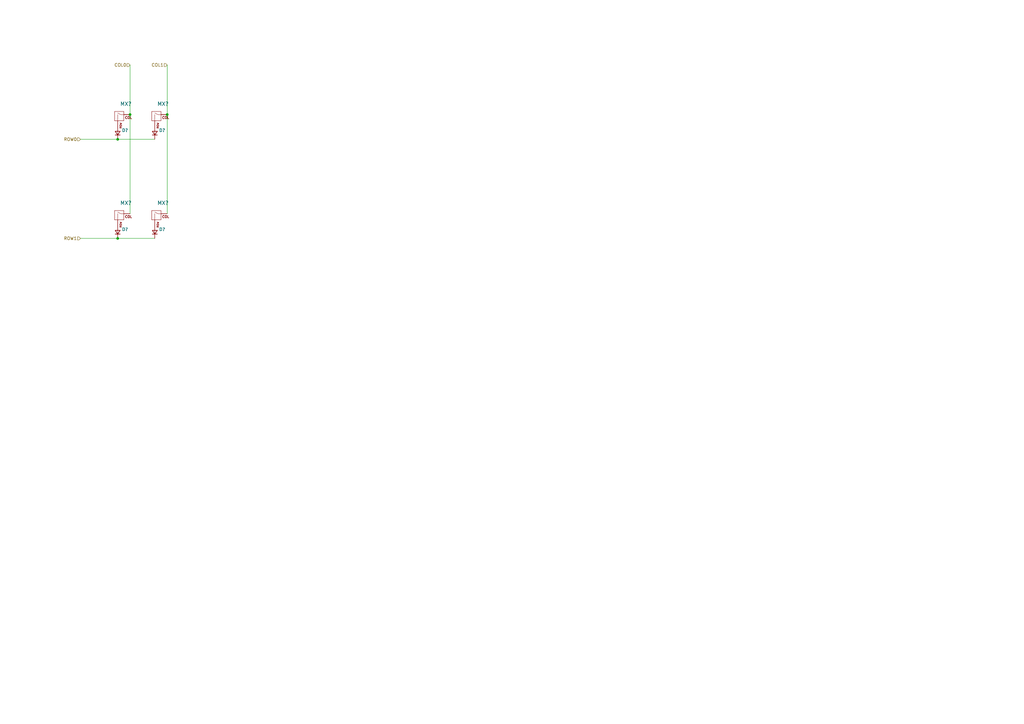
<source format=kicad_sch>
(kicad_sch (version 20211123) (generator eeschema)
  (paper "A3")
  (lib_symbols
    (symbol "Device:D_Small" (pin_numbers hide) (pin_names (offset 0.254) hide)
      (property "Reference" "D" (at -1.27 2.032 0))
      (property "Value" "D_Small" (at -3.81 -2.032 0))
      (symbol "D_Small_0_1"
        (polyline (pts (xy -0.762 -1.016) (xy -0.762 1.016)) (stroke (width 0.254)))
        (polyline (pts (xy -0.762 0) (xy 0.762 0)))
        (polyline (pts (xy 0.762 -1.016) (xy -0.762 0) (xy 0.762 1.016) (xy 0.762 -1.016)) (stroke (width 0.254)))
      )
      (symbol "D_Small_1_1"
        (pin passive line (at -2.54 0 0) (length 1.778) (name "K") (number "1"))
        (pin passive line (at 2.54 0 180) (length 1.778) (name "A") (number "2"))
      )
    )
    (symbol "MX_Alps_Hybrid:MX-NoLED" (pin_names (offset 1.016))
      (property "Reference" "MX" (at -0.635 3.81 0))
      (property "Value" "MX-NoLED" (at -0.635 1.27 0))
      (symbol "MX-NoLED_0_0"
        (rectangle (start -2.54 2.54) (end 1.27 -1.27))
        (polyline (pts (xy -1.27 -1.27) (xy -1.27 1.27)) (stroke (width 0.127)))
        (polyline (pts (xy 1.27 1.27) (xy 0 1.27) (xy -1.27 1.905)) (stroke (width 0.127)))
        (text "COL" (at 3.175 0 0) (effects (font (size 0.9906 0.9906) bold)))
        (text "ROW" (at 0 -1.905 900) (effects (font (size 0.762 0.762)) (justify right)))
      )
      (symbol "MX-NoLED_1_1"
        (pin passive line (at 3.81 1.27 180) (length 2.54) (name "COL") (number "1"))
        (pin passive line (at -1.27 -3.81 90) (length 2.54) (name "ROW") (number "2"))
      )
    )
  )
  (junction (at 68.58 46.99))
  (junction (at 48.26 57.15))
  (junction (at 53.34 46.99))
  (junction (at 48.26 97.79))
  (wire (pts (xy 48.26 97.79) (xy 33.02 97.79)))
  (wire (pts (xy 53.34 46.99) (xy 53.34 87.63)))
  (wire (pts (xy 68.58 46.99) (xy 68.58 26.67)))
  (wire (pts (xy 48.26 57.15) (xy 33.02 57.15)))
  (wire (pts (xy 68.58 46.99) (xy 68.58 87.63)))
  (wire (pts (xy 53.34 46.99) (xy 53.34 26.67)))
  (wire (pts (xy 63.5 57.15) (xy 48.26 57.15)))
  (wire (pts (xy 63.5 97.79) (xy 48.26 97.79)))
  (hierarchical_label "ROW1" (shape input) (at 33.02 97.79 180))
  (hierarchical_label "ROW0" (shape input) (at 33.02 57.15 180))
  (hierarchical_label "COL1" (shape input) (at 68.58 26.67 180))
  (hierarchical_label "COL0" (shape input) (at 53.34 26.67 180))
  (symbol (lib_id "MX_Alps_Hybrid:MX-NoLED") (at 49.53 48.26 0) (unit 1)
    (property "Reference" "MX?" (at 51.6382 42.6212 0) (effects (font (size 1.524 1.524))))
  )
  (symbol (lib_id "Device:D_Small") (at 48.26 54.61 90) (unit 1)
    (property "Reference" "D?" (at 49.9872 53.4416 90) (effects (justify right)))
  )
  (symbol (lib_id "MX_Alps_Hybrid:MX-NoLED") (at 64.77 48.26 0) (unit 1)
    (property "Reference" "MX?" (at 66.8782 42.6212 0) (effects (font (size 1.524 1.524))))
  )
  (symbol (lib_id "Device:D_Small") (at 63.5 54.61 90) (unit 1)
    (property "Reference" "D?" (at 65.2272 53.4416 90) (effects (justify right)))
  )
  (symbol (lib_id "MX_Alps_Hybrid:MX-NoLED") (at 49.53 88.9 0) (unit 1)
    (property "Reference" "MX?" (at 51.6382 83.2612 0) (effects (font (size 1.524 1.524))))
  )
  (symbol (lib_id "Device:D_Small") (at 48.26 95.25 90) (unit 1)
    (property "Reference" "D?" (at 49.9872 94.0816 90) (effects (justify right)))
  )
  (symbol (lib_id "MX_Alps_Hybrid:MX-NoLED") (at 64.77 88.9 0) (unit 1)
    (property "Reference" "MX?" (at 66.8782 83.2612 0) (effects (font (size 1.524 1.524))))
  )
  (symbol (lib_id "Device:D_Small") (at 63.5 95.25 90) (unit 1)
    (property "Reference" "D?" (at 65.2272 94.0816 90) (effects (justify right)))
  )
)
</source>
